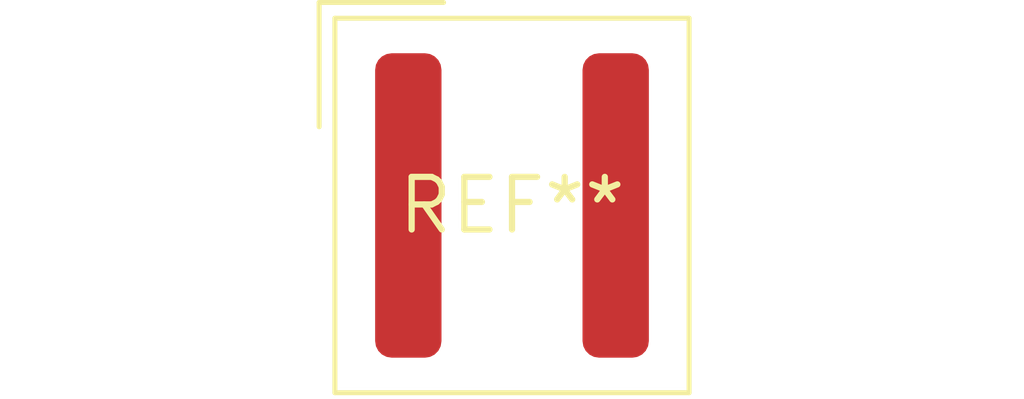
<source format=kicad_pcb>
(kicad_pcb (version 20240108) (generator pcbnew)
  (layers (0 "F.Cu" signal) (31 "B.Cu" signal) (34 "B.Paste" user) (35 "F.Paste" user) (36 "B.SilkS" user "B.Silkscreen") (37 "F.SilkS" user "F.Silkscreen") (38 "B.Mask" user) (39 "F.Mask" user) (44 "Edge.Cuts" user))
  (net 0 "")
  (footprint "L_Wuerth_WE-XHMI-8080" (layer "F.Cu") (at 0 0)
    (property "Reference" "REF**")
    (property "Value" "L_Wuerth_WE-XHMI-8080")
    (fp_line (start -4.65 -4.9) (end -1.65 -4.9) (layer "F.SilkS") (stroke (width 0.12)))
    (fp_line (start -4.65 -1.9) (end -4.65 -4.9) (layer "F.SilkS") (stroke (width 0.12)))
    (fp_line (start -4.27 -4.52) (end -4.27 4.52) (layer "F.SilkS") (stroke (width 0.12)))
    (fp_line (start -4.27 -4.52) (end 4.27 -4.52) (layer "F.SilkS") (stroke (width 0.12)))
    (fp_line (start -4.27 4.52) (end 4.27 4.52) (layer "F.SilkS") (stroke (width 0.12)))
    (fp_line (start 4.27 -4.52) (end 4.27 4.52) (layer "F.SilkS") (stroke (width 0.12)))
    (pad "1" smd roundrect (at -2.5 0) (size 1.6 7.35) (layers "F.Cu" "F.Paste" "F.Mask"))
    (pad "2" smd roundrect (at 2.5 0) (size 1.6 7.35) (layers "F.Cu" "F.Paste" "F.Mask"))
  )
)
</source>
